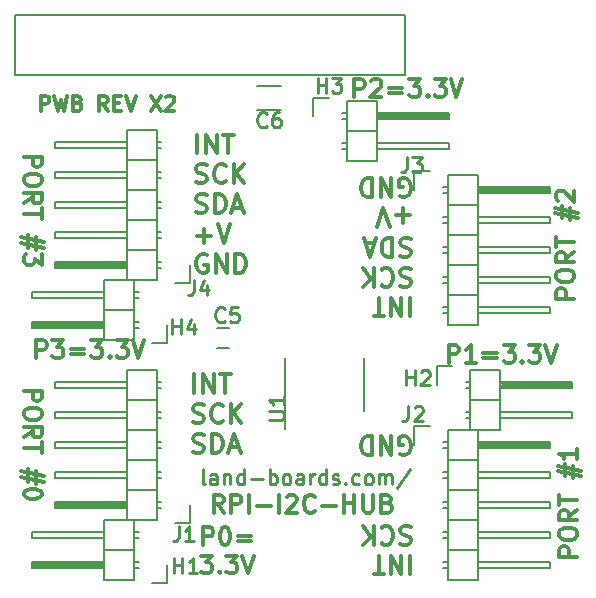
<source format=gto>
G04 #@! TF.FileFunction,Legend,Top*
%FSLAX46Y46*%
G04 Gerber Fmt 4.6, Leading zero omitted, Abs format (unit mm)*
G04 Created by KiCad (PCBNEW (after 2015-mar-04 BZR unknown)-product) date 11/20/2015 3:30:05 PM*
%MOMM*%
G01*
G04 APERTURE LIST*
%ADD10C,0.150000*%
%ADD11C,0.300000*%
%ADD12C,0.317500*%
%ADD13C,0.250000*%
%ADD14C,0.203200*%
%ADD15C,0.254000*%
G04 APERTURE END LIST*
D10*
D11*
X33912024Y-46236845D02*
X33912024Y-47824345D01*
X33156072Y-46236845D02*
X33156072Y-47824345D01*
X32248929Y-46236845D01*
X32248929Y-47824345D01*
X31719763Y-47824345D02*
X30812620Y-47824345D01*
X31266191Y-46236845D02*
X31266191Y-47824345D01*
X33987619Y-43789940D02*
X33760833Y-43714345D01*
X33382857Y-43714345D01*
X33231667Y-43789940D01*
X33156071Y-43865536D01*
X33080476Y-44016726D01*
X33080476Y-44167917D01*
X33156071Y-44319107D01*
X33231667Y-44394702D01*
X33382857Y-44470298D01*
X33685238Y-44545893D01*
X33836429Y-44621488D01*
X33912024Y-44697083D01*
X33987619Y-44848274D01*
X33987619Y-44999464D01*
X33912024Y-45150655D01*
X33836429Y-45226250D01*
X33685238Y-45301845D01*
X33307262Y-45301845D01*
X33080476Y-45226250D01*
X31492976Y-43865536D02*
X31568571Y-43789940D01*
X31795357Y-43714345D01*
X31946547Y-43714345D01*
X32173333Y-43789940D01*
X32324524Y-43941131D01*
X32400119Y-44092321D01*
X32475714Y-44394702D01*
X32475714Y-44621488D01*
X32400119Y-44923869D01*
X32324524Y-45075060D01*
X32173333Y-45226250D01*
X31946547Y-45301845D01*
X31795357Y-45301845D01*
X31568571Y-45226250D01*
X31492976Y-45150655D01*
X30812619Y-43714345D02*
X30812619Y-45301845D01*
X29905476Y-43714345D02*
X30585833Y-44621488D01*
X29905476Y-45301845D02*
X30812619Y-44394702D01*
X33080476Y-37658750D02*
X33231667Y-37734345D01*
X33458452Y-37734345D01*
X33685238Y-37658750D01*
X33836429Y-37507560D01*
X33912024Y-37356369D01*
X33987619Y-37053988D01*
X33987619Y-36827202D01*
X33912024Y-36524821D01*
X33836429Y-36373631D01*
X33685238Y-36222440D01*
X33458452Y-36146845D01*
X33307262Y-36146845D01*
X33080476Y-36222440D01*
X33004881Y-36298036D01*
X33004881Y-36827202D01*
X33307262Y-36827202D01*
X32324524Y-36146845D02*
X32324524Y-37734345D01*
X31417381Y-36146845D01*
X31417381Y-37734345D01*
X30661429Y-36146845D02*
X30661429Y-37734345D01*
X30283453Y-37734345D01*
X30056667Y-37658750D01*
X29905476Y-37507560D01*
X29829881Y-37356369D01*
X29754286Y-37053988D01*
X29754286Y-36827202D01*
X29829881Y-36524821D01*
X29905476Y-36373631D01*
X30056667Y-36222440D01*
X30283453Y-36146845D01*
X30661429Y-36146845D01*
X15617976Y-32485655D02*
X15617976Y-30898155D01*
X16373928Y-32485655D02*
X16373928Y-30898155D01*
X17281071Y-32485655D01*
X17281071Y-30898155D01*
X17810237Y-30898155D02*
X18717380Y-30898155D01*
X18263809Y-32485655D02*
X18263809Y-30898155D01*
X15542381Y-34932560D02*
X15769167Y-35008155D01*
X16147143Y-35008155D01*
X16298333Y-34932560D01*
X16373929Y-34856964D01*
X16449524Y-34705774D01*
X16449524Y-34554583D01*
X16373929Y-34403393D01*
X16298333Y-34327798D01*
X16147143Y-34252202D01*
X15844762Y-34176607D01*
X15693571Y-34101012D01*
X15617976Y-34025417D01*
X15542381Y-33874226D01*
X15542381Y-33723036D01*
X15617976Y-33571845D01*
X15693571Y-33496250D01*
X15844762Y-33420655D01*
X16222738Y-33420655D01*
X16449524Y-33496250D01*
X18037024Y-34856964D02*
X17961429Y-34932560D01*
X17734643Y-35008155D01*
X17583453Y-35008155D01*
X17356667Y-34932560D01*
X17205476Y-34781369D01*
X17129881Y-34630179D01*
X17054286Y-34327798D01*
X17054286Y-34101012D01*
X17129881Y-33798631D01*
X17205476Y-33647440D01*
X17356667Y-33496250D01*
X17583453Y-33420655D01*
X17734643Y-33420655D01*
X17961429Y-33496250D01*
X18037024Y-33571845D01*
X18717381Y-35008155D02*
X18717381Y-33420655D01*
X19624524Y-35008155D02*
X18944167Y-34101012D01*
X19624524Y-33420655D02*
X18717381Y-34327798D01*
X15542381Y-37455060D02*
X15769167Y-37530655D01*
X16147143Y-37530655D01*
X16298333Y-37455060D01*
X16373929Y-37379464D01*
X16449524Y-37228274D01*
X16449524Y-37077083D01*
X16373929Y-36925893D01*
X16298333Y-36850298D01*
X16147143Y-36774702D01*
X15844762Y-36699107D01*
X15693571Y-36623512D01*
X15617976Y-36547917D01*
X15542381Y-36396726D01*
X15542381Y-36245536D01*
X15617976Y-36094345D01*
X15693571Y-36018750D01*
X15844762Y-35943155D01*
X16222738Y-35943155D01*
X16449524Y-36018750D01*
X17129881Y-37530655D02*
X17129881Y-35943155D01*
X17507857Y-35943155D01*
X17734643Y-36018750D01*
X17885834Y-36169940D01*
X17961429Y-36321131D01*
X18037024Y-36623512D01*
X18037024Y-36850298D01*
X17961429Y-37152679D01*
X17885834Y-37303869D01*
X17734643Y-37455060D01*
X17507857Y-37530655D01*
X17129881Y-37530655D01*
X18641786Y-37077083D02*
X19397738Y-37077083D01*
X18490595Y-37530655D02*
X19019762Y-35943155D01*
X19548929Y-37530655D01*
X33912024Y-24392845D02*
X33912024Y-25980345D01*
X33156072Y-24392845D02*
X33156072Y-25980345D01*
X32248929Y-24392845D01*
X32248929Y-25980345D01*
X31719763Y-25980345D02*
X30812620Y-25980345D01*
X31266191Y-24392845D02*
X31266191Y-25980345D01*
X33987619Y-21945940D02*
X33760833Y-21870345D01*
X33382857Y-21870345D01*
X33231667Y-21945940D01*
X33156071Y-22021536D01*
X33080476Y-22172726D01*
X33080476Y-22323917D01*
X33156071Y-22475107D01*
X33231667Y-22550702D01*
X33382857Y-22626298D01*
X33685238Y-22701893D01*
X33836429Y-22777488D01*
X33912024Y-22853083D01*
X33987619Y-23004274D01*
X33987619Y-23155464D01*
X33912024Y-23306655D01*
X33836429Y-23382250D01*
X33685238Y-23457845D01*
X33307262Y-23457845D01*
X33080476Y-23382250D01*
X31492976Y-22021536D02*
X31568571Y-21945940D01*
X31795357Y-21870345D01*
X31946547Y-21870345D01*
X32173333Y-21945940D01*
X32324524Y-22097131D01*
X32400119Y-22248321D01*
X32475714Y-22550702D01*
X32475714Y-22777488D01*
X32400119Y-23079869D01*
X32324524Y-23231060D01*
X32173333Y-23382250D01*
X31946547Y-23457845D01*
X31795357Y-23457845D01*
X31568571Y-23382250D01*
X31492976Y-23306655D01*
X30812619Y-21870345D02*
X30812619Y-23457845D01*
X29905476Y-21870345D02*
X30585833Y-22777488D01*
X29905476Y-23457845D02*
X30812619Y-22550702D01*
X33987619Y-19423440D02*
X33760833Y-19347845D01*
X33382857Y-19347845D01*
X33231667Y-19423440D01*
X33156071Y-19499036D01*
X33080476Y-19650226D01*
X33080476Y-19801417D01*
X33156071Y-19952607D01*
X33231667Y-20028202D01*
X33382857Y-20103798D01*
X33685238Y-20179393D01*
X33836429Y-20254988D01*
X33912024Y-20330583D01*
X33987619Y-20481774D01*
X33987619Y-20632964D01*
X33912024Y-20784155D01*
X33836429Y-20859750D01*
X33685238Y-20935345D01*
X33307262Y-20935345D01*
X33080476Y-20859750D01*
X32400119Y-19347845D02*
X32400119Y-20935345D01*
X32022143Y-20935345D01*
X31795357Y-20859750D01*
X31644166Y-20708560D01*
X31568571Y-20557369D01*
X31492976Y-20254988D01*
X31492976Y-20028202D01*
X31568571Y-19725821D01*
X31644166Y-19574631D01*
X31795357Y-19423440D01*
X32022143Y-19347845D01*
X32400119Y-19347845D01*
X30888214Y-19801417D02*
X30132262Y-19801417D01*
X31039405Y-19347845D02*
X30510238Y-20935345D01*
X29981071Y-19347845D01*
X33912024Y-17430107D02*
X32702500Y-17430107D01*
X33307262Y-16825345D02*
X33307262Y-18034869D01*
X32173334Y-18412845D02*
X31644167Y-16825345D01*
X31115000Y-18412845D01*
X33080476Y-15814750D02*
X33231667Y-15890345D01*
X33458452Y-15890345D01*
X33685238Y-15814750D01*
X33836429Y-15663560D01*
X33912024Y-15512369D01*
X33987619Y-15209988D01*
X33987619Y-14983202D01*
X33912024Y-14680821D01*
X33836429Y-14529631D01*
X33685238Y-14378440D01*
X33458452Y-14302845D01*
X33307262Y-14302845D01*
X33080476Y-14378440D01*
X33004881Y-14454036D01*
X33004881Y-14983202D01*
X33307262Y-14983202D01*
X32324524Y-14302845D02*
X32324524Y-15890345D01*
X31417381Y-14302845D01*
X31417381Y-15890345D01*
X30661429Y-14302845D02*
X30661429Y-15890345D01*
X30283453Y-15890345D01*
X30056667Y-15814750D01*
X29905476Y-15663560D01*
X29829881Y-15512369D01*
X29754286Y-15209988D01*
X29754286Y-14983202D01*
X29829881Y-14680821D01*
X29905476Y-14529631D01*
X30056667Y-14378440D01*
X30283453Y-14302845D01*
X30661429Y-14302845D01*
X15871976Y-12183155D02*
X15871976Y-10595655D01*
X16627928Y-12183155D02*
X16627928Y-10595655D01*
X17535071Y-12183155D01*
X17535071Y-10595655D01*
X18064237Y-10595655D02*
X18971380Y-10595655D01*
X18517809Y-12183155D02*
X18517809Y-10595655D01*
X15796381Y-14630060D02*
X16023167Y-14705655D01*
X16401143Y-14705655D01*
X16552333Y-14630060D01*
X16627929Y-14554464D01*
X16703524Y-14403274D01*
X16703524Y-14252083D01*
X16627929Y-14100893D01*
X16552333Y-14025298D01*
X16401143Y-13949702D01*
X16098762Y-13874107D01*
X15947571Y-13798512D01*
X15871976Y-13722917D01*
X15796381Y-13571726D01*
X15796381Y-13420536D01*
X15871976Y-13269345D01*
X15947571Y-13193750D01*
X16098762Y-13118155D01*
X16476738Y-13118155D01*
X16703524Y-13193750D01*
X18291024Y-14554464D02*
X18215429Y-14630060D01*
X17988643Y-14705655D01*
X17837453Y-14705655D01*
X17610667Y-14630060D01*
X17459476Y-14478869D01*
X17383881Y-14327679D01*
X17308286Y-14025298D01*
X17308286Y-13798512D01*
X17383881Y-13496131D01*
X17459476Y-13344940D01*
X17610667Y-13193750D01*
X17837453Y-13118155D01*
X17988643Y-13118155D01*
X18215429Y-13193750D01*
X18291024Y-13269345D01*
X18971381Y-14705655D02*
X18971381Y-13118155D01*
X19878524Y-14705655D02*
X19198167Y-13798512D01*
X19878524Y-13118155D02*
X18971381Y-14025298D01*
X15796381Y-17152560D02*
X16023167Y-17228155D01*
X16401143Y-17228155D01*
X16552333Y-17152560D01*
X16627929Y-17076964D01*
X16703524Y-16925774D01*
X16703524Y-16774583D01*
X16627929Y-16623393D01*
X16552333Y-16547798D01*
X16401143Y-16472202D01*
X16098762Y-16396607D01*
X15947571Y-16321012D01*
X15871976Y-16245417D01*
X15796381Y-16094226D01*
X15796381Y-15943036D01*
X15871976Y-15791845D01*
X15947571Y-15716250D01*
X16098762Y-15640655D01*
X16476738Y-15640655D01*
X16703524Y-15716250D01*
X17383881Y-17228155D02*
X17383881Y-15640655D01*
X17761857Y-15640655D01*
X17988643Y-15716250D01*
X18139834Y-15867440D01*
X18215429Y-16018631D01*
X18291024Y-16321012D01*
X18291024Y-16547798D01*
X18215429Y-16850179D01*
X18139834Y-17001369D01*
X17988643Y-17152560D01*
X17761857Y-17228155D01*
X17383881Y-17228155D01*
X18895786Y-16774583D02*
X19651738Y-16774583D01*
X18744595Y-17228155D02*
X19273762Y-15640655D01*
X19802929Y-17228155D01*
X15871976Y-19145893D02*
X17081500Y-19145893D01*
X16476738Y-19750655D02*
X16476738Y-18541131D01*
X17610666Y-18163155D02*
X18139833Y-19750655D01*
X18669000Y-18163155D01*
X16703524Y-20761250D02*
X16552333Y-20685655D01*
X16325548Y-20685655D01*
X16098762Y-20761250D01*
X15947571Y-20912440D01*
X15871976Y-21063631D01*
X15796381Y-21366012D01*
X15796381Y-21592798D01*
X15871976Y-21895179D01*
X15947571Y-22046369D01*
X16098762Y-22197560D01*
X16325548Y-22273155D01*
X16476738Y-22273155D01*
X16703524Y-22197560D01*
X16779119Y-22121964D01*
X16779119Y-21592798D01*
X16476738Y-21592798D01*
X17459476Y-22273155D02*
X17459476Y-20685655D01*
X18366619Y-22273155D01*
X18366619Y-20685655D01*
X19122571Y-22273155D02*
X19122571Y-20685655D01*
X19500547Y-20685655D01*
X19727333Y-20761250D01*
X19878524Y-20912440D01*
X19954119Y-21063631D01*
X20029714Y-21366012D01*
X20029714Y-21592798D01*
X19954119Y-21895179D01*
X19878524Y-22046369D01*
X19727333Y-22197560D01*
X19500547Y-22273155D01*
X19122571Y-22273155D01*
X16379286Y-45325571D02*
X16379286Y-43825571D01*
X16950714Y-43825571D01*
X17093572Y-43897000D01*
X17165000Y-43968429D01*
X17236429Y-44111286D01*
X17236429Y-44325571D01*
X17165000Y-44468429D01*
X17093572Y-44539857D01*
X16950714Y-44611286D01*
X16379286Y-44611286D01*
X18165000Y-43825571D02*
X18307857Y-43825571D01*
X18450714Y-43897000D01*
X18522143Y-43968429D01*
X18593572Y-44111286D01*
X18665000Y-44397000D01*
X18665000Y-44754143D01*
X18593572Y-45039857D01*
X18522143Y-45182714D01*
X18450714Y-45254143D01*
X18307857Y-45325571D01*
X18165000Y-45325571D01*
X18022143Y-45254143D01*
X17950714Y-45182714D01*
X17879286Y-45039857D01*
X17807857Y-44754143D01*
X17807857Y-44397000D01*
X17879286Y-44111286D01*
X17950714Y-43968429D01*
X18022143Y-43897000D01*
X18165000Y-43825571D01*
X19307857Y-44539857D02*
X20450714Y-44539857D01*
X20450714Y-44968429D02*
X19307857Y-44968429D01*
X16200715Y-46225571D02*
X17129286Y-46225571D01*
X16629286Y-46797000D01*
X16843572Y-46797000D01*
X16986429Y-46868429D01*
X17057858Y-46939857D01*
X17129286Y-47082714D01*
X17129286Y-47439857D01*
X17057858Y-47582714D01*
X16986429Y-47654143D01*
X16843572Y-47725571D01*
X16415000Y-47725571D01*
X16272143Y-47654143D01*
X16200715Y-47582714D01*
X17772143Y-47582714D02*
X17843571Y-47654143D01*
X17772143Y-47725571D01*
X17700714Y-47654143D01*
X17772143Y-47582714D01*
X17772143Y-47725571D01*
X18343572Y-46225571D02*
X19272143Y-46225571D01*
X18772143Y-46797000D01*
X18986429Y-46797000D01*
X19129286Y-46868429D01*
X19200715Y-46939857D01*
X19272143Y-47082714D01*
X19272143Y-47439857D01*
X19200715Y-47582714D01*
X19129286Y-47654143D01*
X18986429Y-47725571D01*
X18557857Y-47725571D01*
X18415000Y-47654143D01*
X18343572Y-47582714D01*
X19700714Y-46225571D02*
X20200714Y-47725571D01*
X20700714Y-46225571D01*
X29190715Y-7409571D02*
X29190715Y-5909571D01*
X29762143Y-5909571D01*
X29905001Y-5981000D01*
X29976429Y-6052429D01*
X30047858Y-6195286D01*
X30047858Y-6409571D01*
X29976429Y-6552429D01*
X29905001Y-6623857D01*
X29762143Y-6695286D01*
X29190715Y-6695286D01*
X30619286Y-6052429D02*
X30690715Y-5981000D01*
X30833572Y-5909571D01*
X31190715Y-5909571D01*
X31333572Y-5981000D01*
X31405001Y-6052429D01*
X31476429Y-6195286D01*
X31476429Y-6338143D01*
X31405001Y-6552429D01*
X30547858Y-7409571D01*
X31476429Y-7409571D01*
X32119286Y-6623857D02*
X33262143Y-6623857D01*
X33262143Y-7052429D02*
X32119286Y-7052429D01*
X33833572Y-5909571D02*
X34762143Y-5909571D01*
X34262143Y-6481000D01*
X34476429Y-6481000D01*
X34619286Y-6552429D01*
X34690715Y-6623857D01*
X34762143Y-6766714D01*
X34762143Y-7123857D01*
X34690715Y-7266714D01*
X34619286Y-7338143D01*
X34476429Y-7409571D01*
X34047857Y-7409571D01*
X33905000Y-7338143D01*
X33833572Y-7266714D01*
X35405000Y-7266714D02*
X35476428Y-7338143D01*
X35405000Y-7409571D01*
X35333571Y-7338143D01*
X35405000Y-7266714D01*
X35405000Y-7409571D01*
X35976429Y-5909571D02*
X36905000Y-5909571D01*
X36405000Y-6481000D01*
X36619286Y-6481000D01*
X36762143Y-6552429D01*
X36833572Y-6623857D01*
X36905000Y-6766714D01*
X36905000Y-7123857D01*
X36833572Y-7266714D01*
X36762143Y-7338143D01*
X36619286Y-7409571D01*
X36190714Y-7409571D01*
X36047857Y-7338143D01*
X35976429Y-7266714D01*
X37333571Y-5909571D02*
X37833571Y-7409571D01*
X38333571Y-5909571D01*
X37191715Y-29888571D02*
X37191715Y-28388571D01*
X37763143Y-28388571D01*
X37906001Y-28460000D01*
X37977429Y-28531429D01*
X38048858Y-28674286D01*
X38048858Y-28888571D01*
X37977429Y-29031429D01*
X37906001Y-29102857D01*
X37763143Y-29174286D01*
X37191715Y-29174286D01*
X39477429Y-29888571D02*
X38620286Y-29888571D01*
X39048858Y-29888571D02*
X39048858Y-28388571D01*
X38906001Y-28602857D01*
X38763143Y-28745714D01*
X38620286Y-28817143D01*
X40120286Y-29102857D02*
X41263143Y-29102857D01*
X41263143Y-29531429D02*
X40120286Y-29531429D01*
X41834572Y-28388571D02*
X42763143Y-28388571D01*
X42263143Y-28960000D01*
X42477429Y-28960000D01*
X42620286Y-29031429D01*
X42691715Y-29102857D01*
X42763143Y-29245714D01*
X42763143Y-29602857D01*
X42691715Y-29745714D01*
X42620286Y-29817143D01*
X42477429Y-29888571D01*
X42048857Y-29888571D01*
X41906000Y-29817143D01*
X41834572Y-29745714D01*
X43406000Y-29745714D02*
X43477428Y-29817143D01*
X43406000Y-29888571D01*
X43334571Y-29817143D01*
X43406000Y-29745714D01*
X43406000Y-29888571D01*
X43977429Y-28388571D02*
X44906000Y-28388571D01*
X44406000Y-28960000D01*
X44620286Y-28960000D01*
X44763143Y-29031429D01*
X44834572Y-29102857D01*
X44906000Y-29245714D01*
X44906000Y-29602857D01*
X44834572Y-29745714D01*
X44763143Y-29817143D01*
X44620286Y-29888571D01*
X44191714Y-29888571D01*
X44048857Y-29817143D01*
X43977429Y-29745714D01*
X45334571Y-28388571D02*
X45834571Y-29888571D01*
X46334571Y-28388571D01*
X2266715Y-29507571D02*
X2266715Y-28007571D01*
X2838143Y-28007571D01*
X2981001Y-28079000D01*
X3052429Y-28150429D01*
X3123858Y-28293286D01*
X3123858Y-28507571D01*
X3052429Y-28650429D01*
X2981001Y-28721857D01*
X2838143Y-28793286D01*
X2266715Y-28793286D01*
X3623858Y-28007571D02*
X4552429Y-28007571D01*
X4052429Y-28579000D01*
X4266715Y-28579000D01*
X4409572Y-28650429D01*
X4481001Y-28721857D01*
X4552429Y-28864714D01*
X4552429Y-29221857D01*
X4481001Y-29364714D01*
X4409572Y-29436143D01*
X4266715Y-29507571D01*
X3838143Y-29507571D01*
X3695286Y-29436143D01*
X3623858Y-29364714D01*
X5195286Y-28721857D02*
X6338143Y-28721857D01*
X6338143Y-29150429D02*
X5195286Y-29150429D01*
X6909572Y-28007571D02*
X7838143Y-28007571D01*
X7338143Y-28579000D01*
X7552429Y-28579000D01*
X7695286Y-28650429D01*
X7766715Y-28721857D01*
X7838143Y-28864714D01*
X7838143Y-29221857D01*
X7766715Y-29364714D01*
X7695286Y-29436143D01*
X7552429Y-29507571D01*
X7123857Y-29507571D01*
X6981000Y-29436143D01*
X6909572Y-29364714D01*
X8481000Y-29364714D02*
X8552428Y-29436143D01*
X8481000Y-29507571D01*
X8409571Y-29436143D01*
X8481000Y-29364714D01*
X8481000Y-29507571D01*
X9052429Y-28007571D02*
X9981000Y-28007571D01*
X9481000Y-28579000D01*
X9695286Y-28579000D01*
X9838143Y-28650429D01*
X9909572Y-28721857D01*
X9981000Y-28864714D01*
X9981000Y-29221857D01*
X9909572Y-29364714D01*
X9838143Y-29436143D01*
X9695286Y-29507571D01*
X9266714Y-29507571D01*
X9123857Y-29436143D01*
X9052429Y-29364714D01*
X10409571Y-28007571D02*
X10909571Y-29507571D01*
X11409571Y-28007571D01*
X1226429Y-12482286D02*
X2726429Y-12482286D01*
X2726429Y-13053714D01*
X2655000Y-13196572D01*
X2583571Y-13268000D01*
X2440714Y-13339429D01*
X2226429Y-13339429D01*
X2083571Y-13268000D01*
X2012143Y-13196572D01*
X1940714Y-13053714D01*
X1940714Y-12482286D01*
X2726429Y-14268000D02*
X2726429Y-14553714D01*
X2655000Y-14696572D01*
X2512143Y-14839429D01*
X2226429Y-14910857D01*
X1726429Y-14910857D01*
X1440714Y-14839429D01*
X1297857Y-14696572D01*
X1226429Y-14553714D01*
X1226429Y-14268000D01*
X1297857Y-14125143D01*
X1440714Y-13982286D01*
X1726429Y-13910857D01*
X2226429Y-13910857D01*
X2512143Y-13982286D01*
X2655000Y-14125143D01*
X2726429Y-14268000D01*
X1226429Y-16410858D02*
X1940714Y-15910858D01*
X1226429Y-15553715D02*
X2726429Y-15553715D01*
X2726429Y-16125143D01*
X2655000Y-16268001D01*
X2583571Y-16339429D01*
X2440714Y-16410858D01*
X2226429Y-16410858D01*
X2083571Y-16339429D01*
X2012143Y-16268001D01*
X1940714Y-16125143D01*
X1940714Y-15553715D01*
X2726429Y-16839429D02*
X2726429Y-17696572D01*
X1226429Y-17268001D02*
X2726429Y-17268001D01*
X2226429Y-19268000D02*
X2226429Y-20339429D01*
X2869286Y-19696572D02*
X940714Y-19268000D01*
X1583571Y-20196572D02*
X1583571Y-19125143D01*
X940714Y-19768000D02*
X2869286Y-20196572D01*
X2726429Y-20696572D02*
X2726429Y-21625143D01*
X2155000Y-21125143D01*
X2155000Y-21339429D01*
X2083571Y-21482286D01*
X2012143Y-21553715D01*
X1869286Y-21625143D01*
X1512143Y-21625143D01*
X1369286Y-21553715D01*
X1297857Y-21482286D01*
X1226429Y-21339429D01*
X1226429Y-20910857D01*
X1297857Y-20768000D01*
X1369286Y-20696572D01*
X1226429Y-32294286D02*
X2726429Y-32294286D01*
X2726429Y-32865714D01*
X2655000Y-33008572D01*
X2583571Y-33080000D01*
X2440714Y-33151429D01*
X2226429Y-33151429D01*
X2083571Y-33080000D01*
X2012143Y-33008572D01*
X1940714Y-32865714D01*
X1940714Y-32294286D01*
X2726429Y-34080000D02*
X2726429Y-34365714D01*
X2655000Y-34508572D01*
X2512143Y-34651429D01*
X2226429Y-34722857D01*
X1726429Y-34722857D01*
X1440714Y-34651429D01*
X1297857Y-34508572D01*
X1226429Y-34365714D01*
X1226429Y-34080000D01*
X1297857Y-33937143D01*
X1440714Y-33794286D01*
X1726429Y-33722857D01*
X2226429Y-33722857D01*
X2512143Y-33794286D01*
X2655000Y-33937143D01*
X2726429Y-34080000D01*
X1226429Y-36222858D02*
X1940714Y-35722858D01*
X1226429Y-35365715D02*
X2726429Y-35365715D01*
X2726429Y-35937143D01*
X2655000Y-36080001D01*
X2583571Y-36151429D01*
X2440714Y-36222858D01*
X2226429Y-36222858D01*
X2083571Y-36151429D01*
X2012143Y-36080001D01*
X1940714Y-35937143D01*
X1940714Y-35365715D01*
X2726429Y-36651429D02*
X2726429Y-37508572D01*
X1226429Y-37080001D02*
X2726429Y-37080001D01*
X2226429Y-39080000D02*
X2226429Y-40151429D01*
X2869286Y-39508572D02*
X940714Y-39080000D01*
X1583571Y-40008572D02*
X1583571Y-38937143D01*
X940714Y-39580000D02*
X2869286Y-40008572D01*
X2726429Y-40937143D02*
X2726429Y-41080000D01*
X2655000Y-41222857D01*
X2583571Y-41294286D01*
X2440714Y-41365715D01*
X2155000Y-41437143D01*
X1797857Y-41437143D01*
X1512143Y-41365715D01*
X1369286Y-41294286D01*
X1297857Y-41222857D01*
X1226429Y-41080000D01*
X1226429Y-40937143D01*
X1297857Y-40794286D01*
X1369286Y-40722857D01*
X1512143Y-40651429D01*
X1797857Y-40580000D01*
X2155000Y-40580000D01*
X2440714Y-40651429D01*
X2583571Y-40722857D01*
X2655000Y-40794286D01*
X2726429Y-40937143D01*
X47795571Y-24474714D02*
X46295571Y-24474714D01*
X46295571Y-23903286D01*
X46367000Y-23760428D01*
X46438429Y-23689000D01*
X46581286Y-23617571D01*
X46795571Y-23617571D01*
X46938429Y-23689000D01*
X47009857Y-23760428D01*
X47081286Y-23903286D01*
X47081286Y-24474714D01*
X46295571Y-22689000D02*
X46295571Y-22403286D01*
X46367000Y-22260428D01*
X46509857Y-22117571D01*
X46795571Y-22046143D01*
X47295571Y-22046143D01*
X47581286Y-22117571D01*
X47724143Y-22260428D01*
X47795571Y-22403286D01*
X47795571Y-22689000D01*
X47724143Y-22831857D01*
X47581286Y-22974714D01*
X47295571Y-23046143D01*
X46795571Y-23046143D01*
X46509857Y-22974714D01*
X46367000Y-22831857D01*
X46295571Y-22689000D01*
X47795571Y-20546142D02*
X47081286Y-21046142D01*
X47795571Y-21403285D02*
X46295571Y-21403285D01*
X46295571Y-20831857D01*
X46367000Y-20688999D01*
X46438429Y-20617571D01*
X46581286Y-20546142D01*
X46795571Y-20546142D01*
X46938429Y-20617571D01*
X47009857Y-20688999D01*
X47081286Y-20831857D01*
X47081286Y-21403285D01*
X46295571Y-20117571D02*
X46295571Y-19260428D01*
X47795571Y-19688999D02*
X46295571Y-19688999D01*
X46795571Y-17689000D02*
X46795571Y-16617571D01*
X46152714Y-17260428D02*
X48081286Y-17689000D01*
X47438429Y-16760428D02*
X47438429Y-17831857D01*
X48081286Y-17189000D02*
X46152714Y-16760428D01*
X46438429Y-16189000D02*
X46367000Y-16117571D01*
X46295571Y-15974714D01*
X46295571Y-15617571D01*
X46367000Y-15474714D01*
X46438429Y-15403285D01*
X46581286Y-15331857D01*
X46724143Y-15331857D01*
X46938429Y-15403285D01*
X47795571Y-16260428D01*
X47795571Y-15331857D01*
X48049571Y-46318714D02*
X46549571Y-46318714D01*
X46549571Y-45747286D01*
X46621000Y-45604428D01*
X46692429Y-45533000D01*
X46835286Y-45461571D01*
X47049571Y-45461571D01*
X47192429Y-45533000D01*
X47263857Y-45604428D01*
X47335286Y-45747286D01*
X47335286Y-46318714D01*
X46549571Y-44533000D02*
X46549571Y-44247286D01*
X46621000Y-44104428D01*
X46763857Y-43961571D01*
X47049571Y-43890143D01*
X47549571Y-43890143D01*
X47835286Y-43961571D01*
X47978143Y-44104428D01*
X48049571Y-44247286D01*
X48049571Y-44533000D01*
X47978143Y-44675857D01*
X47835286Y-44818714D01*
X47549571Y-44890143D01*
X47049571Y-44890143D01*
X46763857Y-44818714D01*
X46621000Y-44675857D01*
X46549571Y-44533000D01*
X48049571Y-42390142D02*
X47335286Y-42890142D01*
X48049571Y-43247285D02*
X46549571Y-43247285D01*
X46549571Y-42675857D01*
X46621000Y-42532999D01*
X46692429Y-42461571D01*
X46835286Y-42390142D01*
X47049571Y-42390142D01*
X47192429Y-42461571D01*
X47263857Y-42532999D01*
X47335286Y-42675857D01*
X47335286Y-43247285D01*
X46549571Y-41961571D02*
X46549571Y-41104428D01*
X48049571Y-41532999D02*
X46549571Y-41532999D01*
X47049571Y-39533000D02*
X47049571Y-38461571D01*
X46406714Y-39104428D02*
X48335286Y-39533000D01*
X47692429Y-38604428D02*
X47692429Y-39675857D01*
X48335286Y-39033000D02*
X46406714Y-38604428D01*
X48049571Y-37175857D02*
X48049571Y-38033000D01*
X48049571Y-37604428D02*
X46549571Y-37604428D01*
X46763857Y-37747285D01*
X46906714Y-37890143D01*
X46978143Y-38033000D01*
X18122143Y-42588571D02*
X17622143Y-41874286D01*
X17265000Y-42588571D02*
X17265000Y-41088571D01*
X17836428Y-41088571D01*
X17979286Y-41160000D01*
X18050714Y-41231429D01*
X18122143Y-41374286D01*
X18122143Y-41588571D01*
X18050714Y-41731429D01*
X17979286Y-41802857D01*
X17836428Y-41874286D01*
X17265000Y-41874286D01*
X18765000Y-42588571D02*
X18765000Y-41088571D01*
X19336428Y-41088571D01*
X19479286Y-41160000D01*
X19550714Y-41231429D01*
X19622143Y-41374286D01*
X19622143Y-41588571D01*
X19550714Y-41731429D01*
X19479286Y-41802857D01*
X19336428Y-41874286D01*
X18765000Y-41874286D01*
X20265000Y-42588571D02*
X20265000Y-41088571D01*
X20979286Y-42017143D02*
X22122143Y-42017143D01*
X22836429Y-42588571D02*
X22836429Y-41088571D01*
X23479286Y-41231429D02*
X23550715Y-41160000D01*
X23693572Y-41088571D01*
X24050715Y-41088571D01*
X24193572Y-41160000D01*
X24265001Y-41231429D01*
X24336429Y-41374286D01*
X24336429Y-41517143D01*
X24265001Y-41731429D01*
X23407858Y-42588571D01*
X24336429Y-42588571D01*
X25836429Y-42445714D02*
X25765000Y-42517143D01*
X25550714Y-42588571D01*
X25407857Y-42588571D01*
X25193572Y-42517143D01*
X25050714Y-42374286D01*
X24979286Y-42231429D01*
X24907857Y-41945714D01*
X24907857Y-41731429D01*
X24979286Y-41445714D01*
X25050714Y-41302857D01*
X25193572Y-41160000D01*
X25407857Y-41088571D01*
X25550714Y-41088571D01*
X25765000Y-41160000D01*
X25836429Y-41231429D01*
X26479286Y-42017143D02*
X27622143Y-42017143D01*
X28336429Y-42588571D02*
X28336429Y-41088571D01*
X28336429Y-41802857D02*
X29193572Y-41802857D01*
X29193572Y-42588571D02*
X29193572Y-41088571D01*
X29907858Y-41088571D02*
X29907858Y-42302857D01*
X29979286Y-42445714D01*
X30050715Y-42517143D01*
X30193572Y-42588571D01*
X30479286Y-42588571D01*
X30622144Y-42517143D01*
X30693572Y-42445714D01*
X30765001Y-42302857D01*
X30765001Y-41088571D01*
X31979287Y-41802857D02*
X32193573Y-41874286D01*
X32265001Y-41945714D01*
X32336430Y-42088571D01*
X32336430Y-42302857D01*
X32265001Y-42445714D01*
X32193573Y-42517143D01*
X32050715Y-42588571D01*
X31479287Y-42588571D01*
X31479287Y-41088571D01*
X31979287Y-41088571D01*
X32122144Y-41160000D01*
X32193573Y-41231429D01*
X32265001Y-41374286D01*
X32265001Y-41517143D01*
X32193573Y-41660000D01*
X32122144Y-41731429D01*
X31979287Y-41802857D01*
X31479287Y-41802857D01*
D12*
X2630714Y-8575524D02*
X2630714Y-7305524D01*
X3114523Y-7305524D01*
X3235476Y-7366000D01*
X3295952Y-7426476D01*
X3356428Y-7547429D01*
X3356428Y-7728857D01*
X3295952Y-7849810D01*
X3235476Y-7910286D01*
X3114523Y-7970762D01*
X2630714Y-7970762D01*
X3779762Y-7305524D02*
X4082143Y-8575524D01*
X4324047Y-7668381D01*
X4565952Y-8575524D01*
X4868333Y-7305524D01*
X5775476Y-7910286D02*
X5956905Y-7970762D01*
X6017381Y-8031238D01*
X6077857Y-8152190D01*
X6077857Y-8333619D01*
X6017381Y-8454571D01*
X5956905Y-8515048D01*
X5835952Y-8575524D01*
X5352143Y-8575524D01*
X5352143Y-7305524D01*
X5775476Y-7305524D01*
X5896429Y-7366000D01*
X5956905Y-7426476D01*
X6017381Y-7547429D01*
X6017381Y-7668381D01*
X5956905Y-7789333D01*
X5896429Y-7849810D01*
X5775476Y-7910286D01*
X5352143Y-7910286D01*
X8315476Y-8575524D02*
X7892143Y-7970762D01*
X7589762Y-8575524D02*
X7589762Y-7305524D01*
X8073571Y-7305524D01*
X8194524Y-7366000D01*
X8255000Y-7426476D01*
X8315476Y-7547429D01*
X8315476Y-7728857D01*
X8255000Y-7849810D01*
X8194524Y-7910286D01*
X8073571Y-7970762D01*
X7589762Y-7970762D01*
X8859762Y-7910286D02*
X9283095Y-7910286D01*
X9464524Y-8575524D02*
X8859762Y-8575524D01*
X8859762Y-7305524D01*
X9464524Y-7305524D01*
X9827381Y-7305524D02*
X10250715Y-8575524D01*
X10674048Y-7305524D01*
X11944048Y-7305524D02*
X12790714Y-8575524D01*
X12790714Y-7305524D02*
X11944048Y-8575524D01*
X13214048Y-7426476D02*
X13274524Y-7366000D01*
X13395476Y-7305524D01*
X13697857Y-7305524D01*
X13818810Y-7366000D01*
X13879286Y-7426476D01*
X13939762Y-7547429D01*
X13939762Y-7668381D01*
X13879286Y-7849810D01*
X13153572Y-8575524D01*
X13939762Y-8575524D01*
D13*
X16522095Y-40198524D02*
X16401142Y-40138048D01*
X16340666Y-40017095D01*
X16340666Y-38928524D01*
X17550190Y-40198524D02*
X17550190Y-39533286D01*
X17489713Y-39412333D01*
X17368761Y-39351857D01*
X17126856Y-39351857D01*
X17005904Y-39412333D01*
X17550190Y-40138048D02*
X17429237Y-40198524D01*
X17126856Y-40198524D01*
X17005904Y-40138048D01*
X16945428Y-40017095D01*
X16945428Y-39896143D01*
X17005904Y-39775190D01*
X17126856Y-39714714D01*
X17429237Y-39714714D01*
X17550190Y-39654238D01*
X18154952Y-39351857D02*
X18154952Y-40198524D01*
X18154952Y-39472810D02*
X18215428Y-39412333D01*
X18336381Y-39351857D01*
X18517809Y-39351857D01*
X18638761Y-39412333D01*
X18699238Y-39533286D01*
X18699238Y-40198524D01*
X19848286Y-40198524D02*
X19848286Y-38928524D01*
X19848286Y-40138048D02*
X19727333Y-40198524D01*
X19485429Y-40198524D01*
X19364476Y-40138048D01*
X19304000Y-40077571D01*
X19243524Y-39956619D01*
X19243524Y-39593762D01*
X19304000Y-39472810D01*
X19364476Y-39412333D01*
X19485429Y-39351857D01*
X19727333Y-39351857D01*
X19848286Y-39412333D01*
X20453048Y-39714714D02*
X21420667Y-39714714D01*
X22025429Y-40198524D02*
X22025429Y-38928524D01*
X22025429Y-39412333D02*
X22146381Y-39351857D01*
X22388286Y-39351857D01*
X22509238Y-39412333D01*
X22569715Y-39472810D01*
X22630191Y-39593762D01*
X22630191Y-39956619D01*
X22569715Y-40077571D01*
X22509238Y-40138048D01*
X22388286Y-40198524D01*
X22146381Y-40198524D01*
X22025429Y-40138048D01*
X23355906Y-40198524D02*
X23234953Y-40138048D01*
X23174477Y-40077571D01*
X23114001Y-39956619D01*
X23114001Y-39593762D01*
X23174477Y-39472810D01*
X23234953Y-39412333D01*
X23355906Y-39351857D01*
X23537334Y-39351857D01*
X23658286Y-39412333D01*
X23718763Y-39472810D01*
X23779239Y-39593762D01*
X23779239Y-39956619D01*
X23718763Y-40077571D01*
X23658286Y-40138048D01*
X23537334Y-40198524D01*
X23355906Y-40198524D01*
X24867811Y-40198524D02*
X24867811Y-39533286D01*
X24807334Y-39412333D01*
X24686382Y-39351857D01*
X24444477Y-39351857D01*
X24323525Y-39412333D01*
X24867811Y-40138048D02*
X24746858Y-40198524D01*
X24444477Y-40198524D01*
X24323525Y-40138048D01*
X24263049Y-40017095D01*
X24263049Y-39896143D01*
X24323525Y-39775190D01*
X24444477Y-39714714D01*
X24746858Y-39714714D01*
X24867811Y-39654238D01*
X25472573Y-40198524D02*
X25472573Y-39351857D01*
X25472573Y-39593762D02*
X25533049Y-39472810D01*
X25593525Y-39412333D01*
X25714478Y-39351857D01*
X25835430Y-39351857D01*
X26803049Y-40198524D02*
X26803049Y-38928524D01*
X26803049Y-40138048D02*
X26682096Y-40198524D01*
X26440192Y-40198524D01*
X26319239Y-40138048D01*
X26258763Y-40077571D01*
X26198287Y-39956619D01*
X26198287Y-39593762D01*
X26258763Y-39472810D01*
X26319239Y-39412333D01*
X26440192Y-39351857D01*
X26682096Y-39351857D01*
X26803049Y-39412333D01*
X27347335Y-40138048D02*
X27468287Y-40198524D01*
X27710192Y-40198524D01*
X27831144Y-40138048D01*
X27891620Y-40017095D01*
X27891620Y-39956619D01*
X27831144Y-39835667D01*
X27710192Y-39775190D01*
X27528763Y-39775190D01*
X27407811Y-39714714D01*
X27347335Y-39593762D01*
X27347335Y-39533286D01*
X27407811Y-39412333D01*
X27528763Y-39351857D01*
X27710192Y-39351857D01*
X27831144Y-39412333D01*
X28435906Y-40077571D02*
X28496382Y-40138048D01*
X28435906Y-40198524D01*
X28375430Y-40138048D01*
X28435906Y-40077571D01*
X28435906Y-40198524D01*
X29584954Y-40138048D02*
X29464001Y-40198524D01*
X29222097Y-40198524D01*
X29101144Y-40138048D01*
X29040668Y-40077571D01*
X28980192Y-39956619D01*
X28980192Y-39593762D01*
X29040668Y-39472810D01*
X29101144Y-39412333D01*
X29222097Y-39351857D01*
X29464001Y-39351857D01*
X29584954Y-39412333D01*
X30310668Y-40198524D02*
X30189715Y-40138048D01*
X30129239Y-40077571D01*
X30068763Y-39956619D01*
X30068763Y-39593762D01*
X30129239Y-39472810D01*
X30189715Y-39412333D01*
X30310668Y-39351857D01*
X30492096Y-39351857D01*
X30613048Y-39412333D01*
X30673525Y-39472810D01*
X30734001Y-39593762D01*
X30734001Y-39956619D01*
X30673525Y-40077571D01*
X30613048Y-40138048D01*
X30492096Y-40198524D01*
X30310668Y-40198524D01*
X31278287Y-40198524D02*
X31278287Y-39351857D01*
X31278287Y-39472810D02*
X31338763Y-39412333D01*
X31459716Y-39351857D01*
X31641144Y-39351857D01*
X31762096Y-39412333D01*
X31822573Y-39533286D01*
X31822573Y-40198524D01*
X31822573Y-39533286D02*
X31883049Y-39412333D01*
X32004001Y-39351857D01*
X32185430Y-39351857D01*
X32306382Y-39412333D01*
X32366858Y-39533286D01*
X32366858Y-40198524D01*
X33878763Y-38868048D02*
X32790191Y-40500905D01*
D14*
X490000Y-5540000D02*
X33510000Y-5540000D01*
X33510000Y-460000D02*
X490000Y-460000D01*
X490000Y-460000D02*
X490000Y-5540000D01*
X33510000Y-5540000D02*
X33510000Y-460000D01*
D10*
X30045000Y-33975000D02*
X30045000Y-29525000D01*
X23295000Y-35500000D02*
X23295000Y-29525000D01*
X15270000Y-43460000D02*
X15270000Y-41910000D01*
X13970000Y-43460000D02*
X15270000Y-43460000D01*
X9779000Y-42037000D02*
X3937000Y-42037000D01*
X3937000Y-42037000D02*
X3937000Y-41783000D01*
X3937000Y-41783000D02*
X9779000Y-41783000D01*
X9779000Y-41783000D02*
X9779000Y-41910000D01*
X9779000Y-41910000D02*
X3937000Y-41910000D01*
X12446000Y-42164000D02*
X12827000Y-42164000D01*
X12446000Y-41656000D02*
X12827000Y-41656000D01*
X12446000Y-39624000D02*
X12827000Y-39624000D01*
X12446000Y-39116000D02*
X12827000Y-39116000D01*
X12446000Y-37084000D02*
X12827000Y-37084000D01*
X12446000Y-36576000D02*
X12827000Y-36576000D01*
X12446000Y-34544000D02*
X12827000Y-34544000D01*
X12446000Y-34036000D02*
X12827000Y-34036000D01*
X12446000Y-31496000D02*
X12827000Y-31496000D01*
X12446000Y-32004000D02*
X12827000Y-32004000D01*
X9906000Y-40640000D02*
X9906000Y-43180000D01*
X3810000Y-41656000D02*
X9906000Y-41656000D01*
X3810000Y-42164000D02*
X3810000Y-41656000D01*
X9906000Y-42164000D02*
X3810000Y-42164000D01*
X12446000Y-40640000D02*
X9906000Y-40640000D01*
X12446000Y-43180000D02*
X12446000Y-40640000D01*
X12446000Y-43180000D02*
X9906000Y-43180000D01*
X12446000Y-38100000D02*
X9906000Y-38100000D01*
X12446000Y-38100000D02*
X12446000Y-35560000D01*
X12446000Y-35560000D02*
X9906000Y-35560000D01*
X9906000Y-37084000D02*
X3810000Y-37084000D01*
X3810000Y-37084000D02*
X3810000Y-36576000D01*
X3810000Y-36576000D02*
X9906000Y-36576000D01*
X9906000Y-35560000D02*
X9906000Y-38100000D01*
X9906000Y-38100000D02*
X9906000Y-40640000D01*
X3810000Y-39116000D02*
X9906000Y-39116000D01*
X3810000Y-39624000D02*
X3810000Y-39116000D01*
X9906000Y-39624000D02*
X3810000Y-39624000D01*
X12446000Y-38100000D02*
X9906000Y-38100000D01*
X12446000Y-40640000D02*
X12446000Y-38100000D01*
X12446000Y-40640000D02*
X9906000Y-40640000D01*
X12446000Y-33020000D02*
X9906000Y-33020000D01*
X12446000Y-33020000D02*
X12446000Y-30480000D01*
X12446000Y-30480000D02*
X9906000Y-30480000D01*
X9906000Y-32004000D02*
X3810000Y-32004000D01*
X3810000Y-32004000D02*
X3810000Y-31496000D01*
X3810000Y-31496000D02*
X9906000Y-31496000D01*
X9906000Y-30480000D02*
X9906000Y-33020000D01*
X9906000Y-33020000D02*
X9906000Y-35560000D01*
X3810000Y-34036000D02*
X9906000Y-34036000D01*
X3810000Y-34544000D02*
X3810000Y-34036000D01*
X9906000Y-34544000D02*
X3810000Y-34544000D01*
X12446000Y-33020000D02*
X9906000Y-33020000D01*
X12446000Y-35560000D02*
X12446000Y-33020000D01*
X12446000Y-35560000D02*
X9906000Y-35560000D01*
X34260000Y-35280000D02*
X34260000Y-36830000D01*
X35560000Y-35280000D02*
X34260000Y-35280000D01*
X39751000Y-36703000D02*
X45593000Y-36703000D01*
X45593000Y-36703000D02*
X45593000Y-36957000D01*
X45593000Y-36957000D02*
X39751000Y-36957000D01*
X39751000Y-36957000D02*
X39751000Y-36830000D01*
X39751000Y-36830000D02*
X45593000Y-36830000D01*
X37084000Y-36576000D02*
X36703000Y-36576000D01*
X37084000Y-37084000D02*
X36703000Y-37084000D01*
X37084000Y-39116000D02*
X36703000Y-39116000D01*
X37084000Y-39624000D02*
X36703000Y-39624000D01*
X37084000Y-41656000D02*
X36703000Y-41656000D01*
X37084000Y-42164000D02*
X36703000Y-42164000D01*
X37084000Y-44196000D02*
X36703000Y-44196000D01*
X37084000Y-44704000D02*
X36703000Y-44704000D01*
X37084000Y-47244000D02*
X36703000Y-47244000D01*
X37084000Y-46736000D02*
X36703000Y-46736000D01*
X39624000Y-38100000D02*
X39624000Y-35560000D01*
X45720000Y-37084000D02*
X39624000Y-37084000D01*
X45720000Y-36576000D02*
X45720000Y-37084000D01*
X39624000Y-36576000D02*
X45720000Y-36576000D01*
X37084000Y-38100000D02*
X39624000Y-38100000D01*
X37084000Y-35560000D02*
X37084000Y-38100000D01*
X37084000Y-35560000D02*
X39624000Y-35560000D01*
X37084000Y-40640000D02*
X39624000Y-40640000D01*
X37084000Y-40640000D02*
X37084000Y-43180000D01*
X37084000Y-43180000D02*
X39624000Y-43180000D01*
X39624000Y-41656000D02*
X45720000Y-41656000D01*
X45720000Y-41656000D02*
X45720000Y-42164000D01*
X45720000Y-42164000D02*
X39624000Y-42164000D01*
X39624000Y-43180000D02*
X39624000Y-40640000D01*
X39624000Y-40640000D02*
X39624000Y-38100000D01*
X45720000Y-39624000D02*
X39624000Y-39624000D01*
X45720000Y-39116000D02*
X45720000Y-39624000D01*
X39624000Y-39116000D02*
X45720000Y-39116000D01*
X37084000Y-40640000D02*
X39624000Y-40640000D01*
X37084000Y-38100000D02*
X37084000Y-40640000D01*
X37084000Y-38100000D02*
X39624000Y-38100000D01*
X37084000Y-45720000D02*
X39624000Y-45720000D01*
X37084000Y-45720000D02*
X37084000Y-48260000D01*
X37084000Y-48260000D02*
X39624000Y-48260000D01*
X39624000Y-46736000D02*
X45720000Y-46736000D01*
X45720000Y-46736000D02*
X45720000Y-47244000D01*
X45720000Y-47244000D02*
X39624000Y-47244000D01*
X39624000Y-48260000D02*
X39624000Y-45720000D01*
X39624000Y-45720000D02*
X39624000Y-43180000D01*
X45720000Y-44704000D02*
X39624000Y-44704000D01*
X45720000Y-44196000D02*
X45720000Y-44704000D01*
X39624000Y-44196000D02*
X45720000Y-44196000D01*
X37084000Y-45720000D02*
X39624000Y-45720000D01*
X37084000Y-43180000D02*
X37084000Y-45720000D01*
X37084000Y-43180000D02*
X39624000Y-43180000D01*
X34260000Y-13690000D02*
X34260000Y-15240000D01*
X35560000Y-13690000D02*
X34260000Y-13690000D01*
X39751000Y-15113000D02*
X45593000Y-15113000D01*
X45593000Y-15113000D02*
X45593000Y-15367000D01*
X45593000Y-15367000D02*
X39751000Y-15367000D01*
X39751000Y-15367000D02*
X39751000Y-15240000D01*
X39751000Y-15240000D02*
X45593000Y-15240000D01*
X37084000Y-14986000D02*
X36703000Y-14986000D01*
X37084000Y-15494000D02*
X36703000Y-15494000D01*
X37084000Y-17526000D02*
X36703000Y-17526000D01*
X37084000Y-18034000D02*
X36703000Y-18034000D01*
X37084000Y-20066000D02*
X36703000Y-20066000D01*
X37084000Y-20574000D02*
X36703000Y-20574000D01*
X37084000Y-22606000D02*
X36703000Y-22606000D01*
X37084000Y-23114000D02*
X36703000Y-23114000D01*
X37084000Y-25654000D02*
X36703000Y-25654000D01*
X37084000Y-25146000D02*
X36703000Y-25146000D01*
X39624000Y-16510000D02*
X39624000Y-13970000D01*
X45720000Y-15494000D02*
X39624000Y-15494000D01*
X45720000Y-14986000D02*
X45720000Y-15494000D01*
X39624000Y-14986000D02*
X45720000Y-14986000D01*
X37084000Y-16510000D02*
X39624000Y-16510000D01*
X37084000Y-13970000D02*
X37084000Y-16510000D01*
X37084000Y-13970000D02*
X39624000Y-13970000D01*
X37084000Y-19050000D02*
X39624000Y-19050000D01*
X37084000Y-19050000D02*
X37084000Y-21590000D01*
X37084000Y-21590000D02*
X39624000Y-21590000D01*
X39624000Y-20066000D02*
X45720000Y-20066000D01*
X45720000Y-20066000D02*
X45720000Y-20574000D01*
X45720000Y-20574000D02*
X39624000Y-20574000D01*
X39624000Y-21590000D02*
X39624000Y-19050000D01*
X39624000Y-19050000D02*
X39624000Y-16510000D01*
X45720000Y-18034000D02*
X39624000Y-18034000D01*
X45720000Y-17526000D02*
X45720000Y-18034000D01*
X39624000Y-17526000D02*
X45720000Y-17526000D01*
X37084000Y-19050000D02*
X39624000Y-19050000D01*
X37084000Y-16510000D02*
X37084000Y-19050000D01*
X37084000Y-16510000D02*
X39624000Y-16510000D01*
X37084000Y-24130000D02*
X39624000Y-24130000D01*
X37084000Y-24130000D02*
X37084000Y-26670000D01*
X37084000Y-26670000D02*
X39624000Y-26670000D01*
X39624000Y-25146000D02*
X45720000Y-25146000D01*
X45720000Y-25146000D02*
X45720000Y-25654000D01*
X45720000Y-25654000D02*
X39624000Y-25654000D01*
X39624000Y-26670000D02*
X39624000Y-24130000D01*
X39624000Y-24130000D02*
X39624000Y-21590000D01*
X45720000Y-23114000D02*
X39624000Y-23114000D01*
X45720000Y-22606000D02*
X45720000Y-23114000D01*
X39624000Y-22606000D02*
X45720000Y-22606000D01*
X37084000Y-24130000D02*
X39624000Y-24130000D01*
X37084000Y-21590000D02*
X37084000Y-24130000D01*
X37084000Y-21590000D02*
X39624000Y-21590000D01*
X15270000Y-23140000D02*
X15270000Y-21590000D01*
X13970000Y-23140000D02*
X15270000Y-23140000D01*
X9779000Y-21717000D02*
X3937000Y-21717000D01*
X3937000Y-21717000D02*
X3937000Y-21463000D01*
X3937000Y-21463000D02*
X9779000Y-21463000D01*
X9779000Y-21463000D02*
X9779000Y-21590000D01*
X9779000Y-21590000D02*
X3937000Y-21590000D01*
X12446000Y-21844000D02*
X12827000Y-21844000D01*
X12446000Y-21336000D02*
X12827000Y-21336000D01*
X12446000Y-19304000D02*
X12827000Y-19304000D01*
X12446000Y-18796000D02*
X12827000Y-18796000D01*
X12446000Y-16764000D02*
X12827000Y-16764000D01*
X12446000Y-16256000D02*
X12827000Y-16256000D01*
X12446000Y-14224000D02*
X12827000Y-14224000D01*
X12446000Y-13716000D02*
X12827000Y-13716000D01*
X12446000Y-11176000D02*
X12827000Y-11176000D01*
X12446000Y-11684000D02*
X12827000Y-11684000D01*
X9906000Y-20320000D02*
X9906000Y-22860000D01*
X3810000Y-21336000D02*
X9906000Y-21336000D01*
X3810000Y-21844000D02*
X3810000Y-21336000D01*
X9906000Y-21844000D02*
X3810000Y-21844000D01*
X12446000Y-20320000D02*
X9906000Y-20320000D01*
X12446000Y-22860000D02*
X12446000Y-20320000D01*
X12446000Y-22860000D02*
X9906000Y-22860000D01*
X12446000Y-17780000D02*
X9906000Y-17780000D01*
X12446000Y-17780000D02*
X12446000Y-15240000D01*
X12446000Y-15240000D02*
X9906000Y-15240000D01*
X9906000Y-16764000D02*
X3810000Y-16764000D01*
X3810000Y-16764000D02*
X3810000Y-16256000D01*
X3810000Y-16256000D02*
X9906000Y-16256000D01*
X9906000Y-15240000D02*
X9906000Y-17780000D01*
X9906000Y-17780000D02*
X9906000Y-20320000D01*
X3810000Y-18796000D02*
X9906000Y-18796000D01*
X3810000Y-19304000D02*
X3810000Y-18796000D01*
X9906000Y-19304000D02*
X3810000Y-19304000D01*
X12446000Y-17780000D02*
X9906000Y-17780000D01*
X12446000Y-20320000D02*
X12446000Y-17780000D01*
X12446000Y-20320000D02*
X9906000Y-20320000D01*
X12446000Y-12700000D02*
X9906000Y-12700000D01*
X12446000Y-12700000D02*
X12446000Y-10160000D01*
X12446000Y-10160000D02*
X9906000Y-10160000D01*
X9906000Y-11684000D02*
X3810000Y-11684000D01*
X3810000Y-11684000D02*
X3810000Y-11176000D01*
X3810000Y-11176000D02*
X9906000Y-11176000D01*
X9906000Y-10160000D02*
X9906000Y-12700000D01*
X9906000Y-12700000D02*
X9906000Y-15240000D01*
X3810000Y-13716000D02*
X9906000Y-13716000D01*
X3810000Y-14224000D02*
X3810000Y-13716000D01*
X9906000Y-14224000D02*
X3810000Y-14224000D01*
X12446000Y-12700000D02*
X9906000Y-12700000D01*
X12446000Y-15240000D02*
X12446000Y-12700000D01*
X12446000Y-15240000D02*
X9906000Y-15240000D01*
X20971000Y-8518000D02*
X22971000Y-8518000D01*
X22971000Y-6468000D02*
X20971000Y-6468000D01*
X17534000Y-28663000D02*
X18534000Y-28663000D01*
X18534000Y-26963000D02*
X17534000Y-26963000D01*
X13365000Y-48540000D02*
X13365000Y-46990000D01*
X12065000Y-48540000D02*
X13365000Y-48540000D01*
X7874000Y-47117000D02*
X2032000Y-47117000D01*
X2032000Y-47117000D02*
X2032000Y-46863000D01*
X2032000Y-46863000D02*
X7874000Y-46863000D01*
X7874000Y-46863000D02*
X7874000Y-46990000D01*
X7874000Y-46990000D02*
X2032000Y-46990000D01*
X10541000Y-47244000D02*
X10922000Y-47244000D01*
X10541000Y-46736000D02*
X10922000Y-46736000D01*
X10541000Y-44704000D02*
X10922000Y-44704000D01*
X10541000Y-44196000D02*
X10922000Y-44196000D01*
X10541000Y-48260000D02*
X8001000Y-48260000D01*
X10541000Y-45720000D02*
X8001000Y-45720000D01*
X10541000Y-45720000D02*
X10541000Y-43180000D01*
X10541000Y-43180000D02*
X8001000Y-43180000D01*
X8001000Y-44704000D02*
X1905000Y-44704000D01*
X1905000Y-44704000D02*
X1905000Y-44196000D01*
X1905000Y-44196000D02*
X8001000Y-44196000D01*
X8001000Y-43180000D02*
X8001000Y-45720000D01*
X8001000Y-45720000D02*
X8001000Y-48260000D01*
X1905000Y-46736000D02*
X8001000Y-46736000D01*
X1905000Y-47244000D02*
X1905000Y-46736000D01*
X8001000Y-47244000D02*
X1905000Y-47244000D01*
X10541000Y-45720000D02*
X8001000Y-45720000D01*
X10541000Y-48260000D02*
X10541000Y-45720000D01*
X36165000Y-30200000D02*
X36165000Y-31750000D01*
X37465000Y-30200000D02*
X36165000Y-30200000D01*
X41656000Y-31623000D02*
X47498000Y-31623000D01*
X47498000Y-31623000D02*
X47498000Y-31877000D01*
X47498000Y-31877000D02*
X41656000Y-31877000D01*
X41656000Y-31877000D02*
X41656000Y-31750000D01*
X41656000Y-31750000D02*
X47498000Y-31750000D01*
X38989000Y-31496000D02*
X38608000Y-31496000D01*
X38989000Y-32004000D02*
X38608000Y-32004000D01*
X38989000Y-34036000D02*
X38608000Y-34036000D01*
X38989000Y-34544000D02*
X38608000Y-34544000D01*
X38989000Y-30480000D02*
X41529000Y-30480000D01*
X38989000Y-33020000D02*
X41529000Y-33020000D01*
X38989000Y-33020000D02*
X38989000Y-35560000D01*
X38989000Y-35560000D02*
X41529000Y-35560000D01*
X41529000Y-34036000D02*
X47625000Y-34036000D01*
X47625000Y-34036000D02*
X47625000Y-34544000D01*
X47625000Y-34544000D02*
X41529000Y-34544000D01*
X41529000Y-35560000D02*
X41529000Y-33020000D01*
X41529000Y-33020000D02*
X41529000Y-30480000D01*
X47625000Y-32004000D02*
X41529000Y-32004000D01*
X47625000Y-31496000D02*
X47625000Y-32004000D01*
X41529000Y-31496000D02*
X47625000Y-31496000D01*
X38989000Y-33020000D02*
X41529000Y-33020000D01*
X38989000Y-30480000D02*
X38989000Y-33020000D01*
X25700000Y-7450000D02*
X25700000Y-9000000D01*
X27000000Y-7450000D02*
X25700000Y-7450000D01*
X31191000Y-8873000D02*
X37033000Y-8873000D01*
X37033000Y-8873000D02*
X37033000Y-9127000D01*
X37033000Y-9127000D02*
X31191000Y-9127000D01*
X31191000Y-9127000D02*
X31191000Y-9000000D01*
X31191000Y-9000000D02*
X37033000Y-9000000D01*
X28524000Y-8746000D02*
X28143000Y-8746000D01*
X28524000Y-9254000D02*
X28143000Y-9254000D01*
X28524000Y-11286000D02*
X28143000Y-11286000D01*
X28524000Y-11794000D02*
X28143000Y-11794000D01*
X28524000Y-7730000D02*
X31064000Y-7730000D01*
X28524000Y-10270000D02*
X31064000Y-10270000D01*
X28524000Y-10270000D02*
X28524000Y-12810000D01*
X28524000Y-12810000D02*
X31064000Y-12810000D01*
X31064000Y-11286000D02*
X37160000Y-11286000D01*
X37160000Y-11286000D02*
X37160000Y-11794000D01*
X37160000Y-11794000D02*
X31064000Y-11794000D01*
X31064000Y-12810000D02*
X31064000Y-10270000D01*
X31064000Y-10270000D02*
X31064000Y-7730000D01*
X37160000Y-9254000D02*
X31064000Y-9254000D01*
X37160000Y-8746000D02*
X37160000Y-9254000D01*
X31064000Y-8746000D02*
X37160000Y-8746000D01*
X28524000Y-10270000D02*
X31064000Y-10270000D01*
X28524000Y-7730000D02*
X28524000Y-10270000D01*
X13365000Y-28220000D02*
X13365000Y-26670000D01*
X12065000Y-28220000D02*
X13365000Y-28220000D01*
X7874000Y-26797000D02*
X2032000Y-26797000D01*
X2032000Y-26797000D02*
X2032000Y-26543000D01*
X2032000Y-26543000D02*
X7874000Y-26543000D01*
X7874000Y-26543000D02*
X7874000Y-26670000D01*
X7874000Y-26670000D02*
X2032000Y-26670000D01*
X10541000Y-26924000D02*
X10922000Y-26924000D01*
X10541000Y-26416000D02*
X10922000Y-26416000D01*
X10541000Y-24384000D02*
X10922000Y-24384000D01*
X10541000Y-23876000D02*
X10922000Y-23876000D01*
X10541000Y-27940000D02*
X8001000Y-27940000D01*
X10541000Y-25400000D02*
X8001000Y-25400000D01*
X10541000Y-25400000D02*
X10541000Y-22860000D01*
X10541000Y-22860000D02*
X8001000Y-22860000D01*
X8001000Y-24384000D02*
X1905000Y-24384000D01*
X1905000Y-24384000D02*
X1905000Y-23876000D01*
X1905000Y-23876000D02*
X8001000Y-23876000D01*
X8001000Y-22860000D02*
X8001000Y-25400000D01*
X8001000Y-25400000D02*
X8001000Y-27940000D01*
X1905000Y-26416000D02*
X8001000Y-26416000D01*
X1905000Y-26924000D02*
X1905000Y-26416000D01*
X8001000Y-26924000D02*
X1905000Y-26924000D01*
X10541000Y-25400000D02*
X8001000Y-25400000D01*
X10541000Y-27940000D02*
X10541000Y-25400000D01*
D15*
X21974524Y-34717619D02*
X23002619Y-34717619D01*
X23123571Y-34657143D01*
X23184048Y-34596667D01*
X23244524Y-34475714D01*
X23244524Y-34233810D01*
X23184048Y-34112857D01*
X23123571Y-34052381D01*
X23002619Y-33991905D01*
X21974524Y-33991905D01*
X23244524Y-32721905D02*
X23244524Y-33447619D01*
X23244524Y-33084762D02*
X21974524Y-33084762D01*
X22155952Y-33205714D01*
X22276905Y-33326667D01*
X22337381Y-33447619D01*
X14308667Y-43754524D02*
X14308667Y-44661667D01*
X14248191Y-44843095D01*
X14127239Y-44964048D01*
X13945810Y-45024524D01*
X13824858Y-45024524D01*
X15578667Y-45024524D02*
X14852953Y-45024524D01*
X15215810Y-45024524D02*
X15215810Y-43754524D01*
X15094858Y-43935952D01*
X14973905Y-44056905D01*
X14852953Y-44117381D01*
X33739667Y-33594524D02*
X33739667Y-34501667D01*
X33679191Y-34683095D01*
X33558239Y-34804048D01*
X33376810Y-34864524D01*
X33255858Y-34864524D01*
X34283953Y-33715476D02*
X34344429Y-33655000D01*
X34465381Y-33594524D01*
X34767762Y-33594524D01*
X34888715Y-33655000D01*
X34949191Y-33715476D01*
X35009667Y-33836429D01*
X35009667Y-33957381D01*
X34949191Y-34138810D01*
X34223477Y-34864524D01*
X35009667Y-34864524D01*
X33612667Y-12512524D02*
X33612667Y-13419667D01*
X33552191Y-13601095D01*
X33431239Y-13722048D01*
X33249810Y-13782524D01*
X33128858Y-13782524D01*
X34096477Y-12512524D02*
X34882667Y-12512524D01*
X34459334Y-12996333D01*
X34640762Y-12996333D01*
X34761715Y-13056810D01*
X34822191Y-13117286D01*
X34882667Y-13238238D01*
X34882667Y-13540619D01*
X34822191Y-13661571D01*
X34761715Y-13722048D01*
X34640762Y-13782524D01*
X34277905Y-13782524D01*
X34156953Y-13722048D01*
X34096477Y-13661571D01*
X15578667Y-22926524D02*
X15578667Y-23833667D01*
X15518191Y-24015095D01*
X15397239Y-24136048D01*
X15215810Y-24196524D01*
X15094858Y-24196524D01*
X16727715Y-23349857D02*
X16727715Y-24196524D01*
X16425334Y-22866048D02*
X16122953Y-23773190D01*
X16909143Y-23773190D01*
X21759333Y-9851571D02*
X21698857Y-9912048D01*
X21517428Y-9972524D01*
X21396476Y-9972524D01*
X21215048Y-9912048D01*
X21094095Y-9791095D01*
X21033619Y-9670143D01*
X20973143Y-9428238D01*
X20973143Y-9246810D01*
X21033619Y-9004905D01*
X21094095Y-8883952D01*
X21215048Y-8763000D01*
X21396476Y-8702524D01*
X21517428Y-8702524D01*
X21698857Y-8763000D01*
X21759333Y-8823476D01*
X22847905Y-8702524D02*
X22606000Y-8702524D01*
X22485048Y-8763000D01*
X22424571Y-8823476D01*
X22303619Y-9004905D01*
X22243143Y-9246810D01*
X22243143Y-9730619D01*
X22303619Y-9851571D01*
X22364095Y-9912048D01*
X22485048Y-9972524D01*
X22726952Y-9972524D01*
X22847905Y-9912048D01*
X22908381Y-9851571D01*
X22968857Y-9730619D01*
X22968857Y-9428238D01*
X22908381Y-9307286D01*
X22847905Y-9246810D01*
X22726952Y-9186333D01*
X22485048Y-9186333D01*
X22364095Y-9246810D01*
X22303619Y-9307286D01*
X22243143Y-9428238D01*
X18203333Y-26361571D02*
X18142857Y-26422048D01*
X17961428Y-26482524D01*
X17840476Y-26482524D01*
X17659048Y-26422048D01*
X17538095Y-26301095D01*
X17477619Y-26180143D01*
X17417143Y-25938238D01*
X17417143Y-25756810D01*
X17477619Y-25514905D01*
X17538095Y-25393952D01*
X17659048Y-25273000D01*
X17840476Y-25212524D01*
X17961428Y-25212524D01*
X18142857Y-25273000D01*
X18203333Y-25333476D01*
X19352381Y-25212524D02*
X18747619Y-25212524D01*
X18687143Y-25817286D01*
X18747619Y-25756810D01*
X18868571Y-25696333D01*
X19170952Y-25696333D01*
X19291905Y-25756810D01*
X19352381Y-25817286D01*
X19412857Y-25938238D01*
X19412857Y-26240619D01*
X19352381Y-26361571D01*
X19291905Y-26422048D01*
X19170952Y-26482524D01*
X18868571Y-26482524D01*
X18747619Y-26422048D01*
X18687143Y-26361571D01*
X13891381Y-47691524D02*
X13891381Y-46421524D01*
X13891381Y-47026286D02*
X14617095Y-47026286D01*
X14617095Y-47691524D02*
X14617095Y-46421524D01*
X15887095Y-47691524D02*
X15161381Y-47691524D01*
X15524238Y-47691524D02*
X15524238Y-46421524D01*
X15403286Y-46602952D01*
X15282333Y-46723905D01*
X15161381Y-46784381D01*
X33576381Y-31816524D02*
X33576381Y-30546524D01*
X33576381Y-31151286D02*
X34302095Y-31151286D01*
X34302095Y-31816524D02*
X34302095Y-30546524D01*
X34846381Y-30667476D02*
X34906857Y-30607000D01*
X35027809Y-30546524D01*
X35330190Y-30546524D01*
X35451143Y-30607000D01*
X35511619Y-30667476D01*
X35572095Y-30788429D01*
X35572095Y-30909381D01*
X35511619Y-31090810D01*
X34785905Y-31816524D01*
X35572095Y-31816524D01*
X26083381Y-7051524D02*
X26083381Y-5781524D01*
X26083381Y-6386286D02*
X26809095Y-6386286D01*
X26809095Y-7051524D02*
X26809095Y-5781524D01*
X27292905Y-5781524D02*
X28079095Y-5781524D01*
X27655762Y-6265333D01*
X27837190Y-6265333D01*
X27958143Y-6325810D01*
X28018619Y-6386286D01*
X28079095Y-6507238D01*
X28079095Y-6809619D01*
X28018619Y-6930571D01*
X27958143Y-6991048D01*
X27837190Y-7051524D01*
X27474333Y-7051524D01*
X27353381Y-6991048D01*
X27292905Y-6930571D01*
X13764381Y-27498524D02*
X13764381Y-26228524D01*
X13764381Y-26833286D02*
X14490095Y-26833286D01*
X14490095Y-27498524D02*
X14490095Y-26228524D01*
X15639143Y-26651857D02*
X15639143Y-27498524D01*
X15336762Y-26168048D02*
X15034381Y-27075190D01*
X15820571Y-27075190D01*
M02*

</source>
